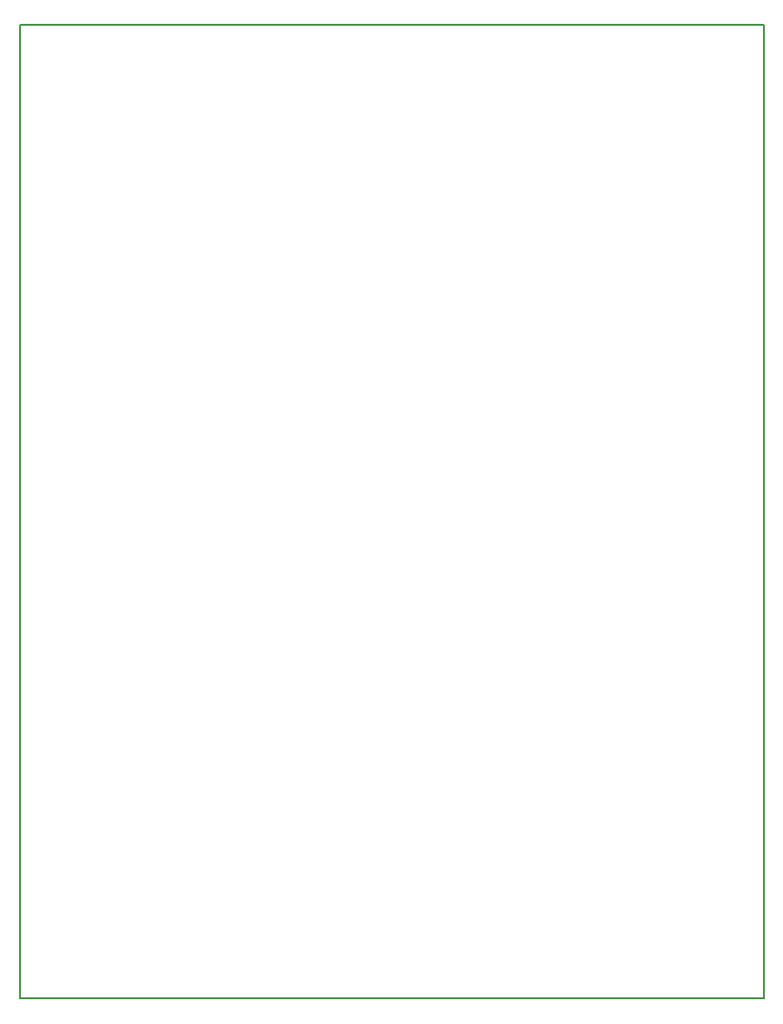
<source format=gbr>
G04 PROTEUS GERBER X2 FILE*
%TF.GenerationSoftware,Labcenter,Proteus,8.5-SP1-Build22252*%
%TF.CreationDate,2016-12-04T16:33:54+00:00*%
%TF.FileFunction,NonPlated,1,16,NPTH*%
%TF.FilePolarity,Positive*%
%TF.Part,Single*%
%FSLAX45Y45*%
%MOMM*%
G01*
%TA.AperFunction,Profile*%
%ADD24C,0.203200*%
D24*
X-15240000Y+4064000D02*
X-8636000Y+4064000D01*
X-8636000Y+12700000D01*
X-15240000Y+12700000D01*
X-15240000Y+4064000D01*
M02*

</source>
